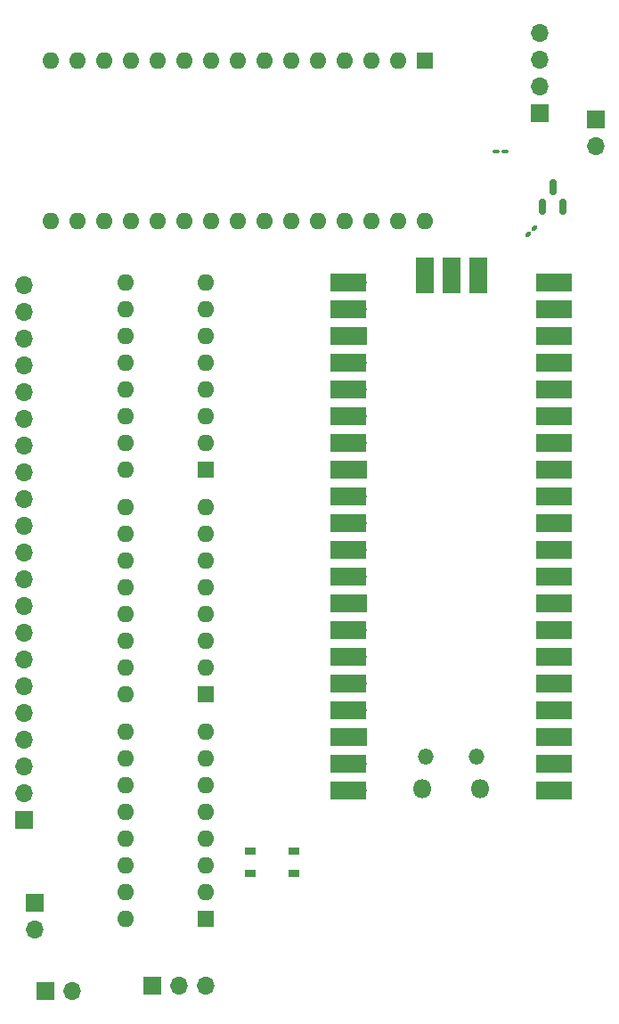
<source format=gbr>
%TF.GenerationSoftware,KiCad,Pcbnew,8.0.2*%
%TF.CreationDate,2024-05-01T01:53:47-07:00*%
%TF.ProjectId,DRIVER,44524956-4552-42e6-9b69-6361645f7063,rev?*%
%TF.SameCoordinates,Original*%
%TF.FileFunction,Soldermask,Top*%
%TF.FilePolarity,Negative*%
%FSLAX46Y46*%
G04 Gerber Fmt 4.6, Leading zero omitted, Abs format (unit mm)*
G04 Created by KiCad (PCBNEW 8.0.2) date 2024-05-01 01:53:47*
%MOMM*%
%LPD*%
G01*
G04 APERTURE LIST*
G04 Aperture macros list*
%AMRoundRect*
0 Rectangle with rounded corners*
0 $1 Rounding radius*
0 $2 $3 $4 $5 $6 $7 $8 $9 X,Y pos of 4 corners*
0 Add a 4 corners polygon primitive as box body*
4,1,4,$2,$3,$4,$5,$6,$7,$8,$9,$2,$3,0*
0 Add four circle primitives for the rounded corners*
1,1,$1+$1,$2,$3*
1,1,$1+$1,$4,$5*
1,1,$1+$1,$6,$7*
1,1,$1+$1,$8,$9*
0 Add four rect primitives between the rounded corners*
20,1,$1+$1,$2,$3,$4,$5,0*
20,1,$1+$1,$4,$5,$6,$7,0*
20,1,$1+$1,$6,$7,$8,$9,0*
20,1,$1+$1,$8,$9,$2,$3,0*%
G04 Aperture macros list end*
%ADD10O,1.800000X1.800000*%
%ADD11O,1.500000X1.500000*%
%ADD12O,1.700000X1.700000*%
%ADD13R,3.500000X1.700000*%
%ADD14R,1.700000X1.700000*%
%ADD15R,1.700000X3.500000*%
%ADD16RoundRect,0.100000X-0.083085X-0.224506X0.224506X0.083085X0.083085X0.224506X-0.224506X-0.083085X0*%
%ADD17R,1.050000X0.650000*%
%ADD18R,1.600000X1.600000*%
%ADD19O,1.600000X1.600000*%
%ADD20RoundRect,0.100000X-0.217500X-0.100000X0.217500X-0.100000X0.217500X0.100000X-0.217500X0.100000X0*%
%ADD21RoundRect,0.150000X0.150000X-0.587500X0.150000X0.587500X-0.150000X0.587500X-0.150000X-0.587500X0*%
G04 APERTURE END LIST*
D10*
%TO.C,U1*%
X82227000Y-159636000D03*
D11*
X81927000Y-156606000D03*
X77077000Y-156606000D03*
D10*
X76777000Y-159636000D03*
D12*
X88392000Y-159766000D03*
D13*
X89292000Y-159766000D03*
D12*
X88392000Y-157226000D03*
D13*
X89292000Y-157226000D03*
D14*
X88392000Y-154686000D03*
D13*
X89292000Y-154686000D03*
D12*
X88392000Y-152146000D03*
D13*
X89292000Y-152146000D03*
D12*
X88392000Y-149606000D03*
D13*
X89292000Y-149606000D03*
D12*
X88392000Y-147066000D03*
D13*
X89292000Y-147066000D03*
D12*
X88392000Y-144526000D03*
D13*
X89292000Y-144526000D03*
D14*
X88392000Y-141986000D03*
D13*
X89292000Y-141986000D03*
D12*
X88392000Y-139446000D03*
D13*
X89292000Y-139446000D03*
D12*
X88392000Y-136906000D03*
D13*
X89292000Y-136906000D03*
D12*
X88392000Y-134366000D03*
D13*
X89292000Y-134366000D03*
D12*
X88392000Y-131826000D03*
D13*
X89292000Y-131826000D03*
D14*
X88392000Y-129286000D03*
D13*
X89292000Y-129286000D03*
D12*
X88392000Y-126746000D03*
D13*
X89292000Y-126746000D03*
D12*
X88392000Y-124206000D03*
D13*
X89292000Y-124206000D03*
D12*
X88392000Y-121666000D03*
D13*
X89292000Y-121666000D03*
D12*
X88392000Y-119126000D03*
D13*
X89292000Y-119126000D03*
D14*
X88392000Y-116586000D03*
D13*
X89292000Y-116586000D03*
D12*
X88392000Y-114046000D03*
D13*
X89292000Y-114046000D03*
D12*
X88392000Y-111506000D03*
D13*
X89292000Y-111506000D03*
D12*
X70612000Y-111506000D03*
D13*
X69712000Y-111506000D03*
D12*
X70612000Y-114046000D03*
D13*
X69712000Y-114046000D03*
D14*
X70612000Y-116586000D03*
D13*
X69712000Y-116586000D03*
D12*
X70612000Y-119126000D03*
D13*
X69712000Y-119126000D03*
D12*
X70612000Y-121666000D03*
D13*
X69712000Y-121666000D03*
D12*
X70612000Y-124206000D03*
D13*
X69712000Y-124206000D03*
D12*
X70612000Y-126746000D03*
D13*
X69712000Y-126746000D03*
D14*
X70612000Y-129286000D03*
D13*
X69712000Y-129286000D03*
D12*
X70612000Y-131826000D03*
D13*
X69712000Y-131826000D03*
D12*
X70612000Y-134366000D03*
D13*
X69712000Y-134366000D03*
D12*
X70612000Y-136906000D03*
D13*
X69712000Y-136906000D03*
D12*
X70612000Y-139446000D03*
D13*
X69712000Y-139446000D03*
D14*
X70612000Y-141986000D03*
D13*
X69712000Y-141986000D03*
D12*
X70612000Y-144526000D03*
D13*
X69712000Y-144526000D03*
D12*
X70612000Y-147066000D03*
D13*
X69712000Y-147066000D03*
D12*
X70612000Y-149606000D03*
D13*
X69712000Y-149606000D03*
D12*
X70612000Y-152146000D03*
D13*
X69712000Y-152146000D03*
D14*
X70612000Y-154686000D03*
D13*
X69712000Y-154686000D03*
D12*
X70612000Y-157226000D03*
D13*
X69712000Y-157226000D03*
D12*
X70612000Y-159766000D03*
D13*
X69712000Y-159766000D03*
D12*
X82042000Y-111736000D03*
D15*
X82042000Y-110836000D03*
D14*
X79502000Y-111736000D03*
D15*
X79502000Y-110836000D03*
D12*
X76962000Y-111736000D03*
D15*
X76962000Y-110836000D03*
%TD*%
D16*
%TO.C,R4*%
X86833854Y-106968146D03*
X87410146Y-106391854D03*
%TD*%
D17*
%TO.C,SW1*%
X60409000Y-165549000D03*
X64559000Y-165549000D03*
X60409000Y-167699000D03*
X64534000Y-167699000D03*
%TD*%
D14*
%TO.C,J4*%
X51054000Y-178308000D03*
D12*
X53594000Y-178308000D03*
X56134000Y-178308000D03*
%TD*%
D18*
%TO.C,U3*%
X56134000Y-150622000D03*
D19*
X56134000Y-148082000D03*
X56134000Y-145542000D03*
X56134000Y-143002000D03*
X56134000Y-140462000D03*
X56134000Y-137922000D03*
X56134000Y-135382000D03*
X56134000Y-132842000D03*
X48514000Y-132842000D03*
X48514000Y-135382000D03*
X48514000Y-137922000D03*
X48514000Y-140462000D03*
X48514000Y-143002000D03*
X48514000Y-145542000D03*
X48514000Y-148082000D03*
X48514000Y-150622000D03*
%TD*%
D18*
%TO.C,U4*%
X56134000Y-129286000D03*
D19*
X56134000Y-126746000D03*
X56134000Y-124206000D03*
X56134000Y-121666000D03*
X56134000Y-119126000D03*
X56134000Y-116586000D03*
X56134000Y-114046000D03*
X56134000Y-111506000D03*
X48514000Y-111506000D03*
X48514000Y-114046000D03*
X48514000Y-116586000D03*
X48514000Y-119126000D03*
X48514000Y-121666000D03*
X48514000Y-124206000D03*
X48514000Y-126746000D03*
X48514000Y-129286000D03*
%TD*%
D20*
%TO.C,R3*%
X83767000Y-99060000D03*
X84582000Y-99060000D03*
%TD*%
D21*
%TO.C,Q2*%
X88204000Y-104315500D03*
X90104000Y-104315500D03*
X89154000Y-102440500D03*
%TD*%
D18*
%TO.C,U2*%
X56134000Y-171958000D03*
D19*
X56134000Y-169418000D03*
X56134000Y-166878000D03*
X56134000Y-164338000D03*
X56134000Y-161798000D03*
X56134000Y-159258000D03*
X56134000Y-156718000D03*
X56134000Y-154178000D03*
X48514000Y-154178000D03*
X48514000Y-156718000D03*
X48514000Y-159258000D03*
X48514000Y-161798000D03*
X48514000Y-164338000D03*
X48514000Y-166878000D03*
X48514000Y-169418000D03*
X48514000Y-171958000D03*
%TD*%
D14*
%TO.C,J5*%
X40894000Y-178816000D03*
D12*
X43434000Y-178816000D03*
%TD*%
D14*
%TO.C,J6*%
X93218000Y-96012000D03*
D12*
X93218000Y-98552000D03*
%TD*%
D14*
%TO.C,J3*%
X39878000Y-170450000D03*
D12*
X39878000Y-172990000D03*
%TD*%
D14*
%TO.C,J2*%
X87884000Y-95489000D03*
D12*
X87884000Y-92949000D03*
X87884000Y-90409000D03*
X87884000Y-87869000D03*
%TD*%
D18*
%TO.C,A1*%
X76962000Y-90424000D03*
D19*
X74422000Y-90424000D03*
X71882000Y-90424000D03*
X69342000Y-90424000D03*
X66802000Y-90424000D03*
X64262000Y-90424000D03*
X61722000Y-90424000D03*
X59182000Y-90424000D03*
X56642000Y-90424000D03*
X54102000Y-90424000D03*
X51562000Y-90424000D03*
X49022000Y-90424000D03*
X46482000Y-90424000D03*
X43942000Y-90424000D03*
X41402000Y-90424000D03*
X41402000Y-105664000D03*
X43942000Y-105664000D03*
X46482000Y-105664000D03*
X49022000Y-105664000D03*
X51562000Y-105664000D03*
X54102000Y-105664000D03*
X56642000Y-105664000D03*
X59182000Y-105664000D03*
X61722000Y-105664000D03*
X64262000Y-105664000D03*
X66802000Y-105664000D03*
X69342000Y-105664000D03*
X71882000Y-105664000D03*
X74422000Y-105664000D03*
X76962000Y-105664000D03*
%TD*%
D12*
%TO.C,J1*%
X38862000Y-129540000D03*
D14*
X38862000Y-162560000D03*
D12*
X38862000Y-160020000D03*
X38862000Y-157480000D03*
X38862000Y-154940000D03*
X38862000Y-152400000D03*
X38862000Y-149860000D03*
X38862000Y-147320000D03*
X38862000Y-144780000D03*
X38862000Y-142240000D03*
X38862000Y-139700000D03*
X38862000Y-137160000D03*
X38862000Y-134620000D03*
X38862000Y-132080000D03*
X38862000Y-127000000D03*
X38862000Y-124460000D03*
X38862000Y-121920000D03*
X38862000Y-119380000D03*
X38862000Y-116840000D03*
X38862000Y-114300000D03*
X38862000Y-111760000D03*
%TD*%
M02*

</source>
